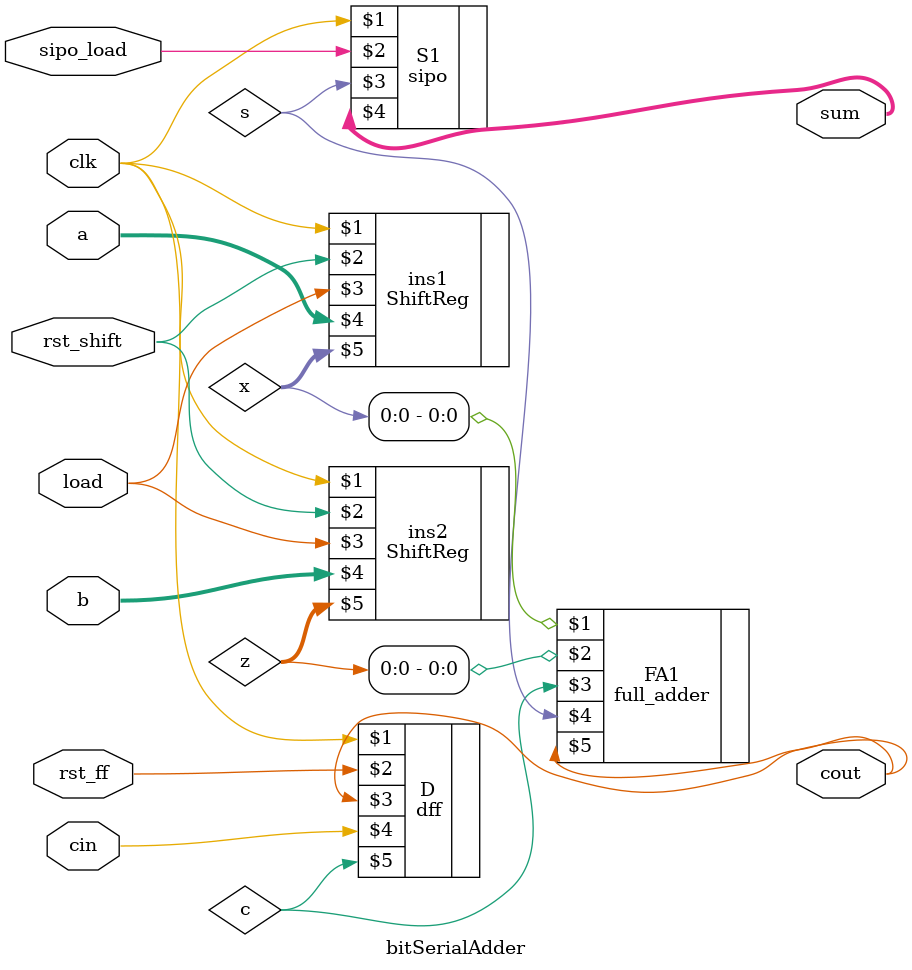
<source format=v>
`timescale 1ns / 1ps
`include "ShiftReg.v"
`include "dff.v"
`include "full_adder.v"
`include "sipo.v"
module bitSerialAdder(
    input clk,
    input rst_shift,
    input rst_ff,
    input load,
	 input sipo_load,
    input [7:0] a,
    input [7:0] b,
    input cin,
    output [7:0] sum,
    output cout
    );

	wire [7:0] x,z;
	wire s,c;
		
	ShiftReg ins1(clk,rst_shift,load,a,x);
	ShiftReg ins2(clk,rst_shift,load,b,z);
	
	dff D(clk,rst_ff,cout,cin,c);
	
	//Calling adder module
	full_adder FA1(x[0],z[0],c,s,cout);
	
	//Store sum in SIPO
	sipo S1(clk,sipo_load,s,sum);
	
endmodule

</source>
